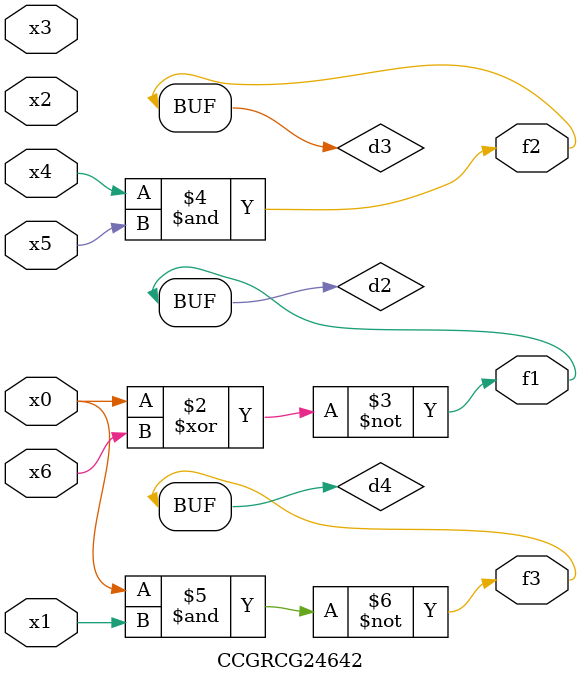
<source format=v>
module CCGRCG24642(
	input x0, x1, x2, x3, x4, x5, x6,
	output f1, f2, f3
);

	wire d1, d2, d3, d4;

	nor (d1, x0);
	xnor (d2, x0, x6);
	and (d3, x4, x5);
	nand (d4, x0, x1);
	assign f1 = d2;
	assign f2 = d3;
	assign f3 = d4;
endmodule

</source>
